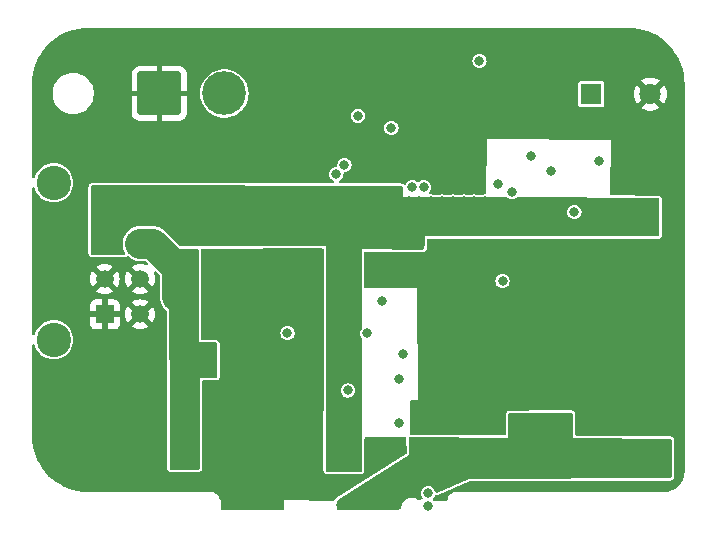
<source format=gbr>
%TF.GenerationSoftware,KiCad,Pcbnew,7.99.0-957-g18dd623122*%
%TF.CreationDate,2023-07-16T20:13:36+08:00*%
%TF.ProjectId,power,706f7765-722e-46b6-9963-61645f706362,V1.1*%
%TF.SameCoordinates,Original*%
%TF.FileFunction,Copper,L3,Inr*%
%TF.FilePolarity,Positive*%
%FSLAX46Y46*%
G04 Gerber Fmt 4.6, Leading zero omitted, Abs format (unit mm)*
G04 Created by KiCad (PCBNEW 7.99.0-957-g18dd623122) date 2023-07-16 20:13:36*
%MOMM*%
%LPD*%
G01*
G04 APERTURE LIST*
G04 Aperture macros list*
%AMRoundRect*
0 Rectangle with rounded corners*
0 $1 Rounding radius*
0 $2 $3 $4 $5 $6 $7 $8 $9 X,Y pos of 4 corners*
0 Add a 4 corners polygon primitive as box body*
4,1,4,$2,$3,$4,$5,$6,$7,$8,$9,$2,$3,0*
0 Add four circle primitives for the rounded corners*
1,1,$1+$1,$2,$3*
1,1,$1+$1,$4,$5*
1,1,$1+$1,$6,$7*
1,1,$1+$1,$8,$9*
0 Add four rect primitives between the rounded corners*
20,1,$1+$1,$2,$3,$4,$5,0*
20,1,$1+$1,$4,$5,$6,$7,0*
20,1,$1+$1,$6,$7,$8,$9,0*
20,1,$1+$1,$8,$9,$2,$3,0*%
G04 Aperture macros list end*
%TA.AperFunction,ComponentPad*%
%ADD10RoundRect,0.250002X1.599998X-1.599998X1.599998X1.599998X-1.599998X1.599998X-1.599998X-1.599998X0*%
%TD*%
%TA.AperFunction,ComponentPad*%
%ADD11C,3.700000*%
%TD*%
%TA.AperFunction,ComponentPad*%
%ADD12R,1.520000X1.520000*%
%TD*%
%TA.AperFunction,ComponentPad*%
%ADD13C,1.520000*%
%TD*%
%TA.AperFunction,ComponentPad*%
%ADD14C,2.909999*%
%TD*%
%TA.AperFunction,ComponentPad*%
%ADD15R,1.800000X1.800000*%
%TD*%
%TA.AperFunction,ComponentPad*%
%ADD16C,1.800000*%
%TD*%
%TA.AperFunction,ViaPad*%
%ADD17C,0.800000*%
%TD*%
%TA.AperFunction,Conductor*%
%ADD18C,2.540000*%
%TD*%
G04 APERTURE END LIST*
D10*
%TO.N,GND*%
%TO.C,J1*%
X140245200Y-86080600D03*
D11*
%TO.N,/+12V*%
X145745200Y-86080600D03*
%TD*%
D12*
%TO.N,GND*%
%TO.C,J3*%
X135610600Y-104783397D03*
D13*
X135610600Y-101783398D03*
%TO.N,/VIN-*%
X135610600Y-98783399D03*
X135610600Y-95783400D03*
%TO.N,GND*%
X138610599Y-104783397D03*
X138610599Y-101783398D03*
%TO.N,/+3V3*%
X138610599Y-98783399D03*
%TO.N,/VIN-*%
X138610599Y-95783400D03*
D14*
%TO.N,N/C*%
X131290601Y-106933395D03*
X131290601Y-93633402D03*
%TD*%
D15*
%TO.N,/+5V*%
%TO.C,J4*%
X176809400Y-86131400D03*
D16*
%TO.N,GND*%
X181809400Y-86131400D03*
%TD*%
D17*
%TO.N,/VIN-*%
X156971400Y-101625400D03*
X155727400Y-96139000D03*
X159435800Y-97028000D03*
X156951500Y-116789200D03*
X166004000Y-95224600D03*
X160401000Y-95224600D03*
X154787600Y-97028000D03*
X157632400Y-98831400D03*
X158496000Y-98831400D03*
X157632400Y-96139000D03*
X155727400Y-97028000D03*
X156972000Y-99923600D03*
X158496000Y-97028000D03*
X160401000Y-97028000D03*
X156926100Y-114096800D03*
X156692600Y-97942400D03*
X162255200Y-95224600D03*
X154787600Y-98831400D03*
X154787600Y-97942400D03*
X157632400Y-97942400D03*
X161340800Y-98831400D03*
X160401000Y-96139000D03*
X155727400Y-98831400D03*
X157632400Y-97028000D03*
X159435800Y-97942400D03*
X156692600Y-96139000D03*
X158496000Y-96139000D03*
X162255200Y-97942400D03*
X158496000Y-97942400D03*
X156951500Y-117703600D03*
X154787600Y-96139000D03*
X164160200Y-95224600D03*
X154787600Y-95224600D03*
X156692600Y-95224600D03*
X156926100Y-114960400D03*
X160426400Y-94310200D03*
X162255200Y-98831400D03*
X159435800Y-96139000D03*
X158496000Y-95224600D03*
X159435800Y-95224600D03*
X162255200Y-97028000D03*
X157632400Y-95224600D03*
X161340800Y-96139000D03*
X179059600Y-95351600D03*
X157657800Y-94310200D03*
X160401000Y-98831400D03*
X166893000Y-95224600D03*
X162255200Y-96139000D03*
X161340800Y-97942400D03*
X156971400Y-100761800D03*
X180888400Y-95377000D03*
X165115000Y-95224600D03*
X160401000Y-97942400D03*
X156971400Y-102539800D03*
X181752000Y-95377000D03*
X178196000Y-95351600D03*
X177281600Y-95326200D03*
X158521400Y-94310200D03*
X179974000Y-95351600D03*
X156951500Y-115874800D03*
X159435800Y-98831400D03*
X156718000Y-94310200D03*
X161340800Y-95224600D03*
X156692600Y-97028000D03*
X155727400Y-95224600D03*
X167782000Y-95224600D03*
X156927000Y-113182400D03*
X156692600Y-98831400D03*
X161340800Y-97028000D03*
X159461200Y-94310200D03*
X163245800Y-95224600D03*
X155727400Y-97942400D03*
%TO.N,GND*%
X151339000Y-99644200D03*
X181802800Y-101168200D03*
X146181900Y-99644200D03*
X180939200Y-101168200D03*
X162778200Y-112649000D03*
X151339000Y-103251000D03*
X164327600Y-101066600D03*
X146359700Y-116916200D03*
X152075600Y-111760000D03*
X173395400Y-92684600D03*
X180024800Y-101168200D03*
X145856000Y-120933400D03*
X160883450Y-108122750D03*
X183159400Y-112725200D03*
X163692600Y-112649000D03*
X151339000Y-114681000D03*
X169392600Y-100177600D03*
X151339000Y-100558600D03*
X177495200Y-91821000D03*
X167883600Y-101066600D03*
X146359700Y-113309400D03*
X167020000Y-101066600D03*
X171689050Y-91363800D03*
X152202600Y-105384600D03*
X179552600Y-112725200D03*
X150723600Y-90678000D03*
X166105600Y-101066600D03*
X160502600Y-114020600D03*
X182245000Y-112725200D03*
X146181900Y-103251000D03*
X177332400Y-101168200D03*
X176062400Y-100228400D03*
X148548400Y-120933400D03*
X149462800Y-120933400D03*
X151339000Y-113817400D03*
X168938200Y-86116400D03*
X151339000Y-115595400D03*
X151339000Y-102336600D03*
X151339000Y-101422200D03*
X150326400Y-120933400D03*
X146359700Y-115087400D03*
X168910000Y-93776800D03*
X175376600Y-96139000D03*
X151339000Y-104114600D03*
X159105450Y-103677750D03*
X151339000Y-112928400D03*
X151993600Y-89408000D03*
X179110400Y-101168200D03*
X151339000Y-117373400D03*
X160502600Y-110286800D03*
X178246800Y-101168200D03*
X146359700Y-114223800D03*
X151339000Y-116509800D03*
X165470600Y-112649000D03*
X146770400Y-120933400D03*
X161914600Y-112649000D03*
X146359700Y-116001800D03*
X163413200Y-101066600D03*
X146181900Y-102336600D03*
X156189500Y-111226600D03*
X147634000Y-120933400D03*
X180441600Y-112725200D03*
X181330600Y-112725200D03*
X165191200Y-101066600D03*
X170408600Y-82042000D03*
X164607000Y-112649000D03*
X162918400Y-93050600D03*
X146181900Y-101422200D03*
X146181900Y-100558600D03*
X146181900Y-104114600D03*
%TO.N,Net-(C9-Pad2)*%
X170068000Y-94411800D03*
X169291000Y-101955600D03*
%TO.N,/+5V*%
X183184800Y-117246400D03*
X163489400Y-117221000D03*
X156498600Y-120958800D03*
X162625800Y-117221000D03*
X164327600Y-117221000D03*
X159064000Y-120958800D03*
X155635000Y-120958800D03*
X181457600Y-117246400D03*
X166054800Y-117221000D03*
X159927600Y-120958800D03*
X179755800Y-117246400D03*
X161747200Y-117221000D03*
X158200400Y-120958800D03*
X182321200Y-117246400D03*
X180619400Y-117246400D03*
X165191200Y-117221000D03*
X157362200Y-120958800D03*
X178892200Y-117246400D03*
%TO.N,Net-(C25-Pad2)*%
X151085600Y-106354200D03*
X157815100Y-106375200D03*
%TO.N,/+3V3*%
X162610800Y-94030800D03*
X157036000Y-87970600D03*
X141763800Y-104190800D03*
X141762300Y-99741400D03*
X141838500Y-116560600D03*
X141838500Y-115620800D03*
X141762300Y-101494000D03*
X141757400Y-102387400D03*
X161645600Y-94030800D03*
X141838500Y-114757200D03*
X141762300Y-100630400D03*
X141840000Y-117454000D03*
X141838500Y-113893600D03*
X141762300Y-103297400D03*
X141838500Y-113004600D03*
%TO.N,/VIOUT*%
X167338000Y-83322400D03*
%TO.N,/SDA*%
X162991800Y-119913400D03*
X155905200Y-92125800D03*
%TO.N,/SCL*%
X155218400Y-92913200D03*
X162991800Y-120980200D03*
%TO.N,Net-(JP1-A)*%
X159880800Y-89001600D03*
%TD*%
D18*
%TO.N,/+3V3*%
X141762300Y-100860298D02*
X141762300Y-103297400D01*
X139685401Y-98783399D02*
X141762300Y-100860298D01*
X138610599Y-98783399D02*
X139685401Y-98783399D01*
%TD*%
%TA.AperFunction,Conductor*%
%TO.N,GND*%
G36*
X160911945Y-80526748D02*
G01*
X160943827Y-80539100D01*
X160943830Y-80539101D01*
X160952755Y-80540769D01*
X160962742Y-80542162D01*
X160971792Y-80543001D01*
X160971792Y-80543000D01*
X160971793Y-80543001D01*
X160980869Y-80542160D01*
X161011036Y-80539365D01*
X161016759Y-80539100D01*
X179952405Y-80539100D01*
X179998647Y-80539100D01*
X180001351Y-80539159D01*
X180406905Y-80556865D01*
X180412257Y-80557334D01*
X180813381Y-80610143D01*
X180818697Y-80611081D01*
X181213680Y-80698647D01*
X181218892Y-80700043D01*
X181604745Y-80821702D01*
X181609826Y-80823551D01*
X181983612Y-80978378D01*
X181988482Y-80980649D01*
X182347350Y-81167464D01*
X182352028Y-81170166D01*
X182693241Y-81387542D01*
X182697674Y-81390646D01*
X183018634Y-81636927D01*
X183022779Y-81640406D01*
X183321051Y-81913722D01*
X183324877Y-81917548D01*
X183598193Y-82215820D01*
X183601672Y-82219965D01*
X183847953Y-82540925D01*
X183851057Y-82545358D01*
X184068433Y-82886571D01*
X184071139Y-82891257D01*
X184213973Y-83165639D01*
X184257941Y-83250099D01*
X184260225Y-83254997D01*
X184288145Y-83322401D01*
X184415048Y-83628774D01*
X184416899Y-83633859D01*
X184538552Y-84019692D01*
X184539952Y-84024919D01*
X184627518Y-84419902D01*
X184628458Y-84425231D01*
X184681263Y-84826324D01*
X184681735Y-84831715D01*
X184699441Y-85237248D01*
X184699500Y-85239952D01*
X184699500Y-118092164D01*
X184699294Y-118097205D01*
X184681822Y-118310796D01*
X184680088Y-118331996D01*
X184677391Y-118349482D01*
X184626338Y-118573133D01*
X184621181Y-118590056D01*
X184538815Y-118804176D01*
X184531301Y-118820193D01*
X184419309Y-119020400D01*
X184409593Y-119035185D01*
X184270239Y-119217429D01*
X184258517Y-119230681D01*
X184094654Y-119391229D01*
X184081166Y-119402677D01*
X183897737Y-119537089D01*
X183896125Y-119538270D01*
X183881144Y-119547683D01*
X183678677Y-119655568D01*
X183662510Y-119662752D01*
X183446762Y-119740721D01*
X183429737Y-119745532D01*
X183205085Y-119792005D01*
X183187548Y-119794344D01*
X182951932Y-119808779D01*
X182947508Y-119808892D01*
X182896926Y-119808377D01*
X182889825Y-119808900D01*
X165332555Y-119808900D01*
X165177910Y-119839661D01*
X165177898Y-119839664D01*
X165032227Y-119900002D01*
X165032214Y-119900009D01*
X164901111Y-119987610D01*
X164901107Y-119987613D01*
X164789613Y-120099107D01*
X164789610Y-120099111D01*
X164702009Y-120230214D01*
X164702002Y-120230227D01*
X164641664Y-120375898D01*
X164641661Y-120375908D01*
X164617820Y-120495766D01*
X164585435Y-120557677D01*
X164524719Y-120592251D01*
X164495584Y-120595572D01*
X163509558Y-120590649D01*
X163442618Y-120570630D01*
X163422490Y-120554327D01*
X163420085Y-120551922D01*
X163420082Y-120551918D01*
X163420077Y-120551914D01*
X163420076Y-120551913D01*
X163411295Y-120545175D01*
X163370092Y-120488747D01*
X163365937Y-120419001D01*
X163400149Y-120358081D01*
X163411283Y-120348433D01*
X163420082Y-120341682D01*
X163516336Y-120216241D01*
X163540876Y-120156994D01*
X163584718Y-120102590D01*
X163651012Y-120080525D01*
X163667832Y-120081067D01*
X163707733Y-120085078D01*
X163777064Y-120076421D01*
X163833484Y-120060988D01*
X166510406Y-118898064D01*
X166559525Y-118887797D01*
X183494293Y-118849178D01*
X183536971Y-118844598D01*
X183575071Y-118836416D01*
X183587306Y-118833789D01*
X183587320Y-118833785D01*
X183587337Y-118833782D01*
X183596535Y-118831585D01*
X183596538Y-118831583D01*
X183596542Y-118831582D01*
X183677567Y-118789196D01*
X183677566Y-118789196D01*
X183677573Y-118789193D01*
X183730725Y-118743843D01*
X183748817Y-118726386D01*
X183794071Y-118646911D01*
X183814266Y-118580024D01*
X183823031Y-118522195D01*
X183846543Y-115442137D01*
X183842083Y-115397959D01*
X183831037Y-115345843D01*
X183828481Y-115335192D01*
X183828480Y-115335191D01*
X183828480Y-115335189D01*
X183785719Y-115254353D01*
X183785717Y-115254351D01*
X183785717Y-115254350D01*
X183740122Y-115201407D01*
X183722583Y-115183398D01*
X183645619Y-115140040D01*
X183642903Y-115138510D01*
X183642902Y-115138509D01*
X183642901Y-115138509D01*
X183642897Y-115138508D01*
X183642895Y-115138507D01*
X183596349Y-115124687D01*
X183575923Y-115118622D01*
X183575918Y-115118621D01*
X183575917Y-115118621D01*
X183552391Y-115115166D01*
X183518053Y-115110123D01*
X183518051Y-115110122D01*
X183518046Y-115110122D01*
X175589124Y-115086095D01*
X175522145Y-115066208D01*
X175476550Y-115013265D01*
X175465500Y-114962096D01*
X175465500Y-114706400D01*
X183591200Y-114706400D01*
X183591200Y-112217200D01*
X182626000Y-112191800D01*
X182549800Y-99009200D01*
X182575200Y-98577400D01*
X174599600Y-98552000D01*
X174599600Y-98377611D01*
X182450780Y-98387639D01*
X182494598Y-98382970D01*
X182494601Y-98382969D01*
X182494604Y-98382969D01*
X182546216Y-98371775D01*
X182546212Y-98371775D01*
X182546267Y-98371764D01*
X182556573Y-98369249D01*
X182637285Y-98326239D01*
X182690089Y-98280484D01*
X182708043Y-98262893D01*
X182752690Y-98183076D01*
X182772375Y-98116037D01*
X182780700Y-98058139D01*
X182780700Y-95054567D01*
X182776097Y-95011314D01*
X182768682Y-94976872D01*
X182765120Y-94960326D01*
X182765118Y-94960317D01*
X182765111Y-94960287D01*
X182762760Y-94950532D01*
X182762757Y-94950527D01*
X182762757Y-94950525D01*
X182738554Y-94904632D01*
X182720098Y-94869636D01*
X182674571Y-94816636D01*
X182657054Y-94798603D01*
X182657053Y-94798602D01*
X182657052Y-94798601D01*
X182577427Y-94753613D01*
X182577422Y-94753611D01*
X182510482Y-94733644D01*
X182510465Y-94733640D01*
X182452620Y-94725070D01*
X182452609Y-94725069D01*
X178523312Y-94708204D01*
X178456357Y-94688232D01*
X178410830Y-94635232D01*
X178399848Y-94583283D01*
X178434217Y-89995050D01*
X178434215Y-89995049D01*
X178434216Y-89995049D01*
X178434217Y-89995049D01*
X167944486Y-89927008D01*
X167921290Y-94496490D01*
X167901266Y-94563429D01*
X167848230Y-94608915D01*
X167790127Y-94617473D01*
X167790127Y-94618918D01*
X167781998Y-94618918D01*
X167625235Y-94639556D01*
X167596002Y-94651664D01*
X167548022Y-94661100D01*
X167121492Y-94659270D01*
X167074573Y-94649833D01*
X167060988Y-94644206D01*
X167049762Y-94639556D01*
X167049760Y-94639555D01*
X166893001Y-94618918D01*
X166892999Y-94618918D01*
X166736236Y-94639556D01*
X166716119Y-94647888D01*
X166668141Y-94657323D01*
X166223183Y-94655414D01*
X166176265Y-94645977D01*
X166160765Y-94639557D01*
X166160760Y-94639555D01*
X166004001Y-94618918D01*
X166003999Y-94618918D01*
X165847235Y-94639556D01*
X165847233Y-94639557D01*
X165836235Y-94644112D01*
X165788258Y-94653547D01*
X165324874Y-94651558D01*
X165277957Y-94642122D01*
X165271762Y-94639556D01*
X165115001Y-94618918D01*
X165114999Y-94618918D01*
X164958239Y-94639555D01*
X164958234Y-94639557D01*
X164956357Y-94640335D01*
X164952503Y-94641092D01*
X164950387Y-94641660D01*
X164950348Y-94641516D01*
X164908374Y-94649771D01*
X164902834Y-94649748D01*
X164824652Y-94649412D01*
X164824565Y-94649407D01*
X164821819Y-94649400D01*
X164819986Y-94649392D01*
X164819861Y-94649395D01*
X164362392Y-94648282D01*
X164325041Y-94640806D01*
X164324813Y-94641660D01*
X164316960Y-94639555D01*
X164160201Y-94618918D01*
X164160199Y-94618918D01*
X164003435Y-94639556D01*
X163995584Y-94641660D01*
X163995219Y-94640298D01*
X163959769Y-94647302D01*
X163442586Y-94646043D01*
X163410931Y-94639723D01*
X163410413Y-94641660D01*
X163402559Y-94639555D01*
X163245801Y-94618918D01*
X163245797Y-94618918D01*
X163176223Y-94628077D01*
X163107188Y-94617311D01*
X163054933Y-94570930D01*
X163036048Y-94503661D01*
X163056529Y-94436861D01*
X163061649Y-94429671D01*
X163135336Y-94333641D01*
X163195844Y-94187562D01*
X163213708Y-94051868D01*
X163216482Y-94030801D01*
X163216482Y-94030798D01*
X163195844Y-93874039D01*
X163195844Y-93874038D01*
X163135336Y-93727959D01*
X163039082Y-93602518D01*
X162913641Y-93506264D01*
X162879557Y-93492146D01*
X162767562Y-93445756D01*
X162767560Y-93445755D01*
X162610801Y-93425118D01*
X162610799Y-93425118D01*
X162454039Y-93445755D01*
X162454037Y-93445756D01*
X162307957Y-93506264D01*
X162203686Y-93586275D01*
X162138517Y-93611469D01*
X162070072Y-93597431D01*
X162052714Y-93586275D01*
X161948442Y-93506264D01*
X161802362Y-93445756D01*
X161802360Y-93445755D01*
X161645601Y-93425118D01*
X161645599Y-93425118D01*
X161488839Y-93445755D01*
X161488837Y-93445756D01*
X161342760Y-93506263D01*
X161217318Y-93602518D01*
X161121063Y-93727960D01*
X161118794Y-93733439D01*
X161074951Y-93787841D01*
X161008656Y-93809904D01*
X160940957Y-93792623D01*
X160915493Y-93772592D01*
X160914050Y-93771113D01*
X160834319Y-93726312D01*
X160767320Y-93706498D01*
X160709437Y-93698061D01*
X160660468Y-93697966D01*
X155539933Y-93688110D01*
X155472932Y-93668296D01*
X155427279Y-93615404D01*
X155417468Y-93546227D01*
X155446616Y-93482727D01*
X155492718Y-93449550D01*
X155521241Y-93437736D01*
X155646682Y-93341482D01*
X155742936Y-93216041D01*
X155803444Y-93069962D01*
X155824082Y-92913200D01*
X155818133Y-92868013D01*
X155828898Y-92798980D01*
X155875278Y-92746724D01*
X155924886Y-92728890D01*
X156061962Y-92710844D01*
X156208041Y-92650336D01*
X156333482Y-92554082D01*
X156429736Y-92428641D01*
X156490244Y-92282562D01*
X156510882Y-92125800D01*
X156490244Y-91969038D01*
X156429736Y-91822959D01*
X156333482Y-91697518D01*
X156208041Y-91601264D01*
X156061962Y-91540756D01*
X156061960Y-91540755D01*
X155905201Y-91520118D01*
X155905199Y-91520118D01*
X155748439Y-91540755D01*
X155748437Y-91540756D01*
X155602360Y-91601263D01*
X155476918Y-91697518D01*
X155380663Y-91822960D01*
X155320156Y-91969037D01*
X155320155Y-91969039D01*
X155299518Y-92125798D01*
X155299518Y-92125802D01*
X155305466Y-92170986D01*
X155294700Y-92240021D01*
X155248319Y-92292276D01*
X155198713Y-92310109D01*
X155080423Y-92325682D01*
X155061638Y-92328156D01*
X155061637Y-92328156D01*
X154915560Y-92388663D01*
X154790118Y-92484918D01*
X154693863Y-92610360D01*
X154633356Y-92756437D01*
X154633355Y-92756439D01*
X154612718Y-92913198D01*
X154612718Y-92913201D01*
X154633355Y-93069960D01*
X154633356Y-93069962D01*
X154693864Y-93216041D01*
X154790118Y-93341482D01*
X154915559Y-93437736D01*
X154934919Y-93445755D01*
X154941075Y-93448305D01*
X154995478Y-93492146D01*
X155017543Y-93558440D01*
X155000264Y-93626140D01*
X154949127Y-93673750D01*
X154893384Y-93686865D01*
X134566834Y-93647739D01*
X134566833Y-93647739D01*
X134566829Y-93647739D01*
X134522951Y-93652393D01*
X134522936Y-93652396D01*
X134471235Y-93663591D01*
X134471204Y-93663598D01*
X134460826Y-93666129D01*
X134380119Y-93709136D01*
X134380113Y-93709140D01*
X134327304Y-93754899D01*
X134309360Y-93772481D01*
X134309354Y-93772488D01*
X134264711Y-93852298D01*
X134264709Y-93852303D01*
X134245026Y-93919335D01*
X134236700Y-93977242D01*
X134236700Y-99621807D01*
X134241396Y-99665482D01*
X134252603Y-99716997D01*
X134255090Y-99727172D01*
X134255091Y-99727175D01*
X134298099Y-99807883D01*
X134298101Y-99807886D01*
X134343860Y-99860695D01*
X134349120Y-99866063D01*
X134361446Y-99878643D01*
X134361447Y-99878644D01*
X134361449Y-99878645D01*
X134405197Y-99903116D01*
X134441263Y-99923290D01*
X134508302Y-99942975D01*
X134566200Y-99951300D01*
X134566204Y-99951300D01*
X137251296Y-99951300D01*
X137251302Y-99951300D01*
X137287408Y-99948103D01*
X137318318Y-99942586D01*
X137330239Y-99940459D01*
X137330270Y-99940453D01*
X137330305Y-99940447D01*
X137333019Y-99939944D01*
X137416732Y-99903116D01*
X137466620Y-99866061D01*
X137532172Y-99841891D01*
X137600388Y-99856998D01*
X137624535Y-99874375D01*
X137704304Y-99947807D01*
X137908320Y-100081098D01*
X138131492Y-100178990D01*
X138367733Y-100238815D01*
X138549774Y-100253899D01*
X139024938Y-100253899D01*
X139091977Y-100273584D01*
X139112619Y-100290218D01*
X139246841Y-100424440D01*
X139280326Y-100485763D01*
X139275342Y-100555455D01*
X139233470Y-100611388D01*
X139168006Y-100635805D01*
X139106756Y-100624504D01*
X139043188Y-100594862D01*
X139043186Y-100594861D01*
X138830233Y-100537800D01*
X138830225Y-100537799D01*
X138610601Y-100518585D01*
X138610597Y-100518585D01*
X138390972Y-100537799D01*
X138390965Y-100537800D01*
X138178003Y-100594864D01*
X137978193Y-100688038D01*
X137913846Y-100733092D01*
X138469233Y-101288479D01*
X138465438Y-101289025D01*
X138332037Y-101349947D01*
X138221204Y-101445985D01*
X138141917Y-101569358D01*
X138119465Y-101645818D01*
X137560293Y-101086646D01*
X137515239Y-101150992D01*
X137422065Y-101350802D01*
X137365001Y-101563764D01*
X137365000Y-101563771D01*
X137345786Y-101783396D01*
X137345786Y-101783399D01*
X137365000Y-102003024D01*
X137365001Y-102003032D01*
X137422062Y-102215985D01*
X137422065Y-102215991D01*
X137515237Y-102415800D01*
X137560293Y-102480148D01*
X138119465Y-101920977D01*
X138141917Y-101997438D01*
X138221204Y-102120811D01*
X138332037Y-102216849D01*
X138465438Y-102277771D01*
X138469232Y-102278316D01*
X137913846Y-102833702D01*
X137978192Y-102878757D01*
X138178005Y-102971931D01*
X138178011Y-102971934D01*
X138390964Y-103028995D01*
X138390972Y-103028996D01*
X138610597Y-103048211D01*
X138610601Y-103048211D01*
X138830225Y-103028996D01*
X138830233Y-103028995D01*
X139043186Y-102971934D01*
X139043197Y-102971930D01*
X139243001Y-102878760D01*
X139243009Y-102878756D01*
X139307350Y-102833703D01*
X139307350Y-102833702D01*
X138751965Y-102278316D01*
X138755760Y-102277771D01*
X138889161Y-102216849D01*
X138999994Y-102120811D01*
X139079281Y-101997438D01*
X139101732Y-101920977D01*
X139660904Y-102480149D01*
X139705957Y-102415808D01*
X139705961Y-102415800D01*
X139799131Y-102215996D01*
X139799135Y-102215985D01*
X139856196Y-102003032D01*
X139856197Y-102003024D01*
X139875412Y-101783399D01*
X139875412Y-101783396D01*
X139856197Y-101563771D01*
X139856196Y-101563764D01*
X139799132Y-101350802D01*
X139769492Y-101287240D01*
X139759000Y-101218163D01*
X139787519Y-101154379D01*
X139845996Y-101116139D01*
X139915863Y-101115584D01*
X139969555Y-101147154D01*
X140255481Y-101433080D01*
X140288966Y-101494403D01*
X140291800Y-101520761D01*
X140291800Y-103358225D01*
X140305087Y-103518584D01*
X140306884Y-103540267D01*
X140366708Y-103776506D01*
X140464601Y-103999680D01*
X140563459Y-104150992D01*
X140597892Y-104203695D01*
X140762944Y-104382990D01*
X140762947Y-104382992D01*
X140762950Y-104382995D01*
X140830331Y-104435440D01*
X140871144Y-104492150D01*
X140878169Y-104533124D01*
X140896232Y-117808646D01*
X140896232Y-117808652D01*
X140900960Y-117852196D01*
X140908308Y-117885862D01*
X140912165Y-117903532D01*
X140914622Y-117913573D01*
X140953172Y-117985915D01*
X140957631Y-117994283D01*
X140957633Y-117994286D01*
X141003392Y-118047095D01*
X141009243Y-118053066D01*
X141020978Y-118065043D01*
X141020979Y-118065044D01*
X141020981Y-118065045D01*
X141081852Y-118099094D01*
X141100795Y-118109690D01*
X141167834Y-118129375D01*
X141225732Y-118137700D01*
X141225736Y-118137700D01*
X143517891Y-118137700D01*
X143517900Y-118137700D01*
X143561584Y-118133003D01*
X143613095Y-118121797D01*
X143623273Y-118119310D01*
X143703985Y-118076300D01*
X143756789Y-118030545D01*
X143774743Y-118012954D01*
X143819390Y-117933137D01*
X143839075Y-117866098D01*
X143847400Y-117808200D01*
X143847400Y-110489299D01*
X143867085Y-110422261D01*
X143919889Y-110376506D01*
X143971400Y-110365300D01*
X144353100Y-110365300D01*
X144353100Y-117932200D01*
X153751100Y-117906800D01*
X153751100Y-110642400D01*
X154141195Y-110642400D01*
X154139921Y-111226153D01*
X154139920Y-111226599D01*
X154132326Y-114706400D01*
X154125171Y-117985282D01*
X154129818Y-118029187D01*
X154141032Y-118081007D01*
X154143559Y-118091370D01*
X154186570Y-118172083D01*
X154186572Y-118172086D01*
X154232331Y-118224895D01*
X154248877Y-118241782D01*
X154249917Y-118242843D01*
X154249918Y-118242844D01*
X154249920Y-118242845D01*
X154329730Y-118287488D01*
X154329734Y-118287490D01*
X154396773Y-118307175D01*
X154454671Y-118315500D01*
X154454675Y-118315500D01*
X157259264Y-118315500D01*
X157259268Y-118315500D01*
X157302976Y-118310798D01*
X157354517Y-118299579D01*
X157364723Y-118297083D01*
X157445424Y-118254052D01*
X157498216Y-118208283D01*
X157516166Y-118190686D01*
X157560792Y-118110857D01*
X157580459Y-118043813D01*
X157588768Y-117985915D01*
X157588069Y-115303920D01*
X157607736Y-115236878D01*
X157660528Y-115191109D01*
X157711523Y-115179892D01*
X161016985Y-115165457D01*
X161084107Y-115184849D01*
X161130092Y-115237452D01*
X161140668Y-115304003D01*
X161138579Y-115321685D01*
X161138920Y-115335192D01*
X161168759Y-116518866D01*
X161150770Y-116586380D01*
X161111201Y-116626712D01*
X155215574Y-120365104D01*
X155215555Y-120365118D01*
X155183130Y-120390581D01*
X155183128Y-120390582D01*
X155183121Y-120390588D01*
X155183118Y-120390591D01*
X155166753Y-120406340D01*
X155147415Y-120424950D01*
X155141911Y-120430452D01*
X155107142Y-120488161D01*
X155055684Y-120535424D01*
X155000311Y-120548166D01*
X150760600Y-120526999D01*
X150760599Y-120526999D01*
X150772248Y-121209685D01*
X150753710Y-121277050D01*
X150701694Y-121323699D01*
X150648266Y-121335800D01*
X145566191Y-121335800D01*
X145499152Y-121316115D01*
X145453397Y-121263311D01*
X145442204Y-121210022D01*
X145452000Y-120527000D01*
X145447122Y-120522095D01*
X145396802Y-120507792D01*
X145350592Y-120455386D01*
X145341320Y-120427096D01*
X145331137Y-120375903D01*
X145316051Y-120339482D01*
X145270797Y-120230227D01*
X145270790Y-120230214D01*
X145183189Y-120099111D01*
X145183186Y-120099107D01*
X145071692Y-119987613D01*
X145071688Y-119987610D01*
X144940585Y-119900009D01*
X144940572Y-119900002D01*
X144794901Y-119839664D01*
X144794889Y-119839661D01*
X144640245Y-119808900D01*
X144640242Y-119808900D01*
X144617573Y-119808900D01*
X144042573Y-119808900D01*
X134160348Y-119808900D01*
X134157654Y-119808841D01*
X133753801Y-119791282D01*
X133748432Y-119790814D01*
X133348967Y-119738444D01*
X133343659Y-119737512D01*
X132950243Y-119650667D01*
X132945036Y-119649278D01*
X132560649Y-119528617D01*
X132555582Y-119526781D01*
X132254581Y-119402677D01*
X132183111Y-119373209D01*
X132178229Y-119370943D01*
X131820496Y-119185623D01*
X131815823Y-119182939D01*
X131475529Y-118967273D01*
X131471106Y-118964193D01*
X131150803Y-118719795D01*
X131146665Y-118716343D01*
X130933474Y-118522195D01*
X130848794Y-118445078D01*
X130844975Y-118441283D01*
X130571766Y-118145180D01*
X130568287Y-118141064D01*
X130521816Y-118080977D01*
X130344876Y-117852190D01*
X130321814Y-117822371D01*
X130318710Y-117817977D01*
X130100819Y-117479079D01*
X130098109Y-117474432D01*
X129910459Y-117117909D01*
X129908163Y-117113044D01*
X129752163Y-116741576D01*
X129750303Y-116736546D01*
X129627127Y-116352919D01*
X129625709Y-116347739D01*
X129536301Y-115954895D01*
X129535336Y-115949609D01*
X129480359Y-115550458D01*
X129479860Y-115545142D01*
X129459664Y-115141333D01*
X129459591Y-115138739D01*
X129459500Y-115124687D01*
X129459499Y-107445574D01*
X129479185Y-107378535D01*
X129531989Y-107332780D01*
X129601147Y-107322836D01*
X129664703Y-107351861D01*
X129702477Y-107410639D01*
X129704074Y-107416628D01*
X129711256Y-107446547D01*
X129810979Y-107687300D01*
X129947129Y-107909477D01*
X129947130Y-107909478D01*
X129947131Y-107909480D01*
X129947133Y-107909482D01*
X130116367Y-108107629D01*
X130314514Y-108276863D01*
X130314516Y-108276864D01*
X130314517Y-108276865D01*
X130314518Y-108276866D01*
X130536695Y-108413016D01*
X130629799Y-108451581D01*
X130777442Y-108512737D01*
X131030823Y-108573568D01*
X131290601Y-108594013D01*
X131550379Y-108573568D01*
X131803760Y-108512737D01*
X132044506Y-108413016D01*
X132266688Y-108276863D01*
X132464835Y-108107629D01*
X132634069Y-107909482D01*
X132770222Y-107687300D01*
X132869943Y-107446554D01*
X132930774Y-107193173D01*
X132951219Y-106933395D01*
X132930774Y-106673617D01*
X132869943Y-106420236D01*
X132777657Y-106197439D01*
X132770222Y-106179489D01*
X132634072Y-105957312D01*
X132634071Y-105957311D01*
X132634070Y-105957310D01*
X132634069Y-105957308D01*
X132464835Y-105759161D01*
X132268226Y-105591241D01*
X134350600Y-105591241D01*
X134357001Y-105650769D01*
X134357003Y-105650776D01*
X134407245Y-105785483D01*
X134407249Y-105785490D01*
X134493409Y-105900584D01*
X134493412Y-105900587D01*
X134608506Y-105986747D01*
X134608513Y-105986751D01*
X134743220Y-106036993D01*
X134743227Y-106036995D01*
X134802755Y-106043396D01*
X134802772Y-106043397D01*
X135360600Y-106043397D01*
X135360600Y-105229891D01*
X135465439Y-105277770D01*
X135574127Y-105293397D01*
X135647073Y-105293397D01*
X135755761Y-105277770D01*
X135860600Y-105229891D01*
X135860600Y-106043397D01*
X136418428Y-106043397D01*
X136418444Y-106043396D01*
X136477972Y-106036995D01*
X136477979Y-106036993D01*
X136612686Y-105986751D01*
X136612693Y-105986747D01*
X136727787Y-105900587D01*
X136727790Y-105900584D01*
X136813950Y-105785490D01*
X136813954Y-105785483D01*
X136864196Y-105650776D01*
X136864198Y-105650769D01*
X136870599Y-105591241D01*
X136870600Y-105591224D01*
X136870600Y-105033397D01*
X136056172Y-105033397D01*
X136079282Y-104997437D01*
X136120600Y-104856724D01*
X136120600Y-104783398D01*
X137345786Y-104783398D01*
X137365000Y-105003023D01*
X137365001Y-105003031D01*
X137422062Y-105215984D01*
X137422065Y-105215990D01*
X137515237Y-105415799D01*
X137560293Y-105480147D01*
X138119465Y-104920976D01*
X138141917Y-104997437D01*
X138221204Y-105120810D01*
X138332037Y-105216848D01*
X138465438Y-105277770D01*
X138469232Y-105278315D01*
X137913846Y-105833701D01*
X137978192Y-105878756D01*
X138178005Y-105971930D01*
X138178011Y-105971933D01*
X138390964Y-106028994D01*
X138390972Y-106028995D01*
X138610597Y-106048210D01*
X138610601Y-106048210D01*
X138830225Y-106028995D01*
X138830233Y-106028994D01*
X139043186Y-105971933D01*
X139043197Y-105971929D01*
X139243001Y-105878759D01*
X139243009Y-105878755D01*
X139307350Y-105833702D01*
X139307350Y-105833701D01*
X138751965Y-105278315D01*
X138755760Y-105277770D01*
X138889161Y-105216848D01*
X138999994Y-105120810D01*
X139079281Y-104997437D01*
X139101732Y-104920977D01*
X139660903Y-105480148D01*
X139660904Y-105480148D01*
X139705957Y-105415807D01*
X139705961Y-105415799D01*
X139799131Y-105215995D01*
X139799135Y-105215984D01*
X139856196Y-105003031D01*
X139856197Y-105003023D01*
X139875412Y-104783398D01*
X139875412Y-104783395D01*
X139856197Y-104563770D01*
X139856196Y-104563763D01*
X139799132Y-104350801D01*
X139705959Y-104150992D01*
X139705958Y-104150990D01*
X139660903Y-104086645D01*
X139660903Y-104086644D01*
X139101731Y-104645815D01*
X139079281Y-104569357D01*
X138999994Y-104445984D01*
X138889161Y-104349946D01*
X138755760Y-104289024D01*
X138751964Y-104288478D01*
X139307350Y-103733091D01*
X139243001Y-103688035D01*
X139043192Y-103594863D01*
X139043186Y-103594860D01*
X138830233Y-103537799D01*
X138830225Y-103537798D01*
X138610601Y-103518584D01*
X138610597Y-103518584D01*
X138390972Y-103537798D01*
X138390965Y-103537799D01*
X138178003Y-103594863D01*
X137978193Y-103688037D01*
X137913847Y-103733091D01*
X138469234Y-104288478D01*
X138465438Y-104289024D01*
X138332037Y-104349946D01*
X138221204Y-104445984D01*
X138141917Y-104569357D01*
X138119465Y-104645817D01*
X137560293Y-104086645D01*
X137515239Y-104150991D01*
X137422065Y-104350801D01*
X137365001Y-104563763D01*
X137365000Y-104563770D01*
X137345786Y-104783395D01*
X137345786Y-104783398D01*
X136120600Y-104783398D01*
X136120600Y-104710070D01*
X136079282Y-104569357D01*
X136056172Y-104533397D01*
X136870600Y-104533397D01*
X136870600Y-103975569D01*
X136870599Y-103975552D01*
X136864198Y-103916024D01*
X136864196Y-103916017D01*
X136813954Y-103781310D01*
X136813950Y-103781303D01*
X136727790Y-103666209D01*
X136727787Y-103666206D01*
X136612693Y-103580046D01*
X136612686Y-103580042D01*
X136477979Y-103529800D01*
X136477972Y-103529798D01*
X136418444Y-103523397D01*
X135860600Y-103523397D01*
X135860600Y-104336902D01*
X135755761Y-104289024D01*
X135647073Y-104273397D01*
X135574127Y-104273397D01*
X135465439Y-104289024D01*
X135360600Y-104336902D01*
X135360600Y-103523397D01*
X134802755Y-103523397D01*
X134743227Y-103529798D01*
X134743220Y-103529800D01*
X134608513Y-103580042D01*
X134608506Y-103580046D01*
X134493412Y-103666206D01*
X134493409Y-103666209D01*
X134407249Y-103781303D01*
X134407245Y-103781310D01*
X134357003Y-103916017D01*
X134357001Y-103916024D01*
X134350600Y-103975552D01*
X134350600Y-104533397D01*
X135165028Y-104533397D01*
X135141918Y-104569357D01*
X135100600Y-104710070D01*
X135100600Y-104856724D01*
X135141918Y-104997437D01*
X135165028Y-105033397D01*
X134350600Y-105033397D01*
X134350600Y-105591241D01*
X132268226Y-105591241D01*
X132266688Y-105589927D01*
X132266686Y-105589925D01*
X132266684Y-105589924D01*
X132266683Y-105589923D01*
X132044506Y-105453773D01*
X131803755Y-105354051D01*
X131550375Y-105293221D01*
X131550376Y-105293221D01*
X131290601Y-105272777D01*
X131030825Y-105293221D01*
X130777446Y-105354051D01*
X130536695Y-105453773D01*
X130314518Y-105589923D01*
X130314517Y-105589924D01*
X130116367Y-105759161D01*
X129947130Y-105957311D01*
X129947129Y-105957312D01*
X129810979Y-106179489D01*
X129711257Y-106420240D01*
X129704074Y-106450162D01*
X129669283Y-106510754D01*
X129607257Y-106542918D01*
X129537688Y-106536442D01*
X129482664Y-106493382D01*
X129459655Y-106427410D01*
X129459500Y-106421215D01*
X129459500Y-101783399D01*
X134345787Y-101783399D01*
X134365001Y-102003024D01*
X134365002Y-102003032D01*
X134422063Y-102215985D01*
X134422066Y-102215991D01*
X134515238Y-102415800D01*
X134560294Y-102480148D01*
X135119466Y-101920977D01*
X135141918Y-101997438D01*
X135221205Y-102120811D01*
X135332038Y-102216849D01*
X135465439Y-102277771D01*
X135469233Y-102278316D01*
X134913847Y-102833702D01*
X134978193Y-102878757D01*
X135178006Y-102971931D01*
X135178012Y-102971934D01*
X135390965Y-103028995D01*
X135390973Y-103028996D01*
X135610598Y-103048211D01*
X135610602Y-103048211D01*
X135830226Y-103028996D01*
X135830234Y-103028995D01*
X136043187Y-102971934D01*
X136043198Y-102971930D01*
X136243002Y-102878760D01*
X136243010Y-102878756D01*
X136307351Y-102833703D01*
X136307351Y-102833702D01*
X135751966Y-102278316D01*
X135755761Y-102277771D01*
X135889162Y-102216849D01*
X135999995Y-102120811D01*
X136079282Y-101997438D01*
X136101733Y-101920976D01*
X136660905Y-102480149D01*
X136705958Y-102415808D01*
X136705962Y-102415800D01*
X136799132Y-102215996D01*
X136799136Y-102215985D01*
X136856197Y-102003032D01*
X136856198Y-102003024D01*
X136875413Y-101783399D01*
X136875413Y-101783396D01*
X136856198Y-101563771D01*
X136856197Y-101563764D01*
X136799133Y-101350802D01*
X136705960Y-101150993D01*
X136705959Y-101150991D01*
X136660904Y-101086646D01*
X136660903Y-101086645D01*
X136101732Y-101645816D01*
X136079282Y-101569358D01*
X135999995Y-101445985D01*
X135889162Y-101349947D01*
X135755761Y-101289025D01*
X135751965Y-101288479D01*
X136307351Y-100733092D01*
X136243002Y-100688036D01*
X136043193Y-100594864D01*
X136043187Y-100594861D01*
X135830234Y-100537800D01*
X135830226Y-100537799D01*
X135610602Y-100518585D01*
X135610598Y-100518585D01*
X135390973Y-100537799D01*
X135390966Y-100537800D01*
X135178004Y-100594864D01*
X134978194Y-100688038D01*
X134913848Y-100733092D01*
X135469235Y-101288479D01*
X135465439Y-101289025D01*
X135332038Y-101349947D01*
X135221205Y-101445985D01*
X135141918Y-101569358D01*
X135119466Y-101645818D01*
X134560294Y-101086646D01*
X134515240Y-101150992D01*
X134422066Y-101350802D01*
X134365002Y-101563764D01*
X134365001Y-101563771D01*
X134345787Y-101783396D01*
X134345787Y-101783399D01*
X129459500Y-101783399D01*
X129459500Y-94145581D01*
X129479185Y-94078542D01*
X129531989Y-94032787D01*
X129601147Y-94022843D01*
X129664703Y-94051868D01*
X129702477Y-94110646D01*
X129704074Y-94116635D01*
X129711256Y-94146554D01*
X129810979Y-94387307D01*
X129947129Y-94609484D01*
X129947130Y-94609485D01*
X129947131Y-94609487D01*
X129947133Y-94609489D01*
X130116367Y-94807636D01*
X130314514Y-94976870D01*
X130314516Y-94976871D01*
X130314517Y-94976872D01*
X130314518Y-94976873D01*
X130536695Y-95113023D01*
X130629799Y-95151588D01*
X130777442Y-95212744D01*
X131030823Y-95273575D01*
X131290601Y-95294020D01*
X131550379Y-95273575D01*
X131803760Y-95212744D01*
X132044506Y-95113023D01*
X132266688Y-94976870D01*
X132464835Y-94807636D01*
X132634069Y-94609489D01*
X132770222Y-94387307D01*
X132869943Y-94146561D01*
X132930774Y-93893180D01*
X132951219Y-93633402D01*
X132930774Y-93373624D01*
X132869943Y-93120243D01*
X132784183Y-92913201D01*
X132770222Y-92879496D01*
X132634072Y-92657319D01*
X132634071Y-92657318D01*
X132634070Y-92657317D01*
X132634069Y-92657315D01*
X132464835Y-92459168D01*
X132266688Y-92289934D01*
X132266686Y-92289932D01*
X132266684Y-92289931D01*
X132266683Y-92289930D01*
X132044506Y-92153780D01*
X131803755Y-92054058D01*
X131550375Y-91993228D01*
X131550376Y-91993228D01*
X131290601Y-91972784D01*
X131030825Y-91993228D01*
X130777446Y-92054058D01*
X130536695Y-92153780D01*
X130314518Y-92289930D01*
X130314517Y-92289931D01*
X130116367Y-92459168D01*
X129947130Y-92657318D01*
X129947129Y-92657319D01*
X129810979Y-92879496D01*
X129711257Y-93120247D01*
X129704074Y-93150169D01*
X129669283Y-93210761D01*
X129607257Y-93242925D01*
X129537688Y-93236449D01*
X129482664Y-93193389D01*
X129459655Y-93127417D01*
X129459500Y-93121222D01*
X129459500Y-89001601D01*
X159275118Y-89001601D01*
X159295755Y-89158360D01*
X159295756Y-89158362D01*
X159356264Y-89304441D01*
X159452518Y-89429882D01*
X159577959Y-89526136D01*
X159724038Y-89586644D01*
X159802419Y-89596963D01*
X159880799Y-89607282D01*
X159880800Y-89607282D01*
X159880801Y-89607282D01*
X159933053Y-89600402D01*
X160037562Y-89586644D01*
X160183641Y-89526136D01*
X160309082Y-89429882D01*
X160405336Y-89304441D01*
X160465844Y-89158362D01*
X160486482Y-89001600D01*
X160465844Y-88844838D01*
X160405336Y-88698759D01*
X160309082Y-88573318D01*
X160183641Y-88477064D01*
X160037562Y-88416556D01*
X160037560Y-88416555D01*
X159880801Y-88395918D01*
X159880799Y-88395918D01*
X159724039Y-88416555D01*
X159724037Y-88416556D01*
X159577960Y-88477063D01*
X159452518Y-88573318D01*
X159356263Y-88698760D01*
X159295756Y-88844837D01*
X159295755Y-88844839D01*
X159275118Y-89001598D01*
X159275118Y-89001601D01*
X129459500Y-89001601D01*
X129459500Y-86211787D01*
X131194700Y-86211787D01*
X131206193Y-86288031D01*
X131233804Y-86471215D01*
X131233805Y-86471217D01*
X131233806Y-86471223D01*
X131311138Y-86721926D01*
X131424967Y-86958296D01*
X131424968Y-86958297D01*
X131424970Y-86958300D01*
X131424972Y-86958304D01*
X131488275Y-87051152D01*
X131572767Y-87175079D01*
X131751214Y-87367401D01*
X131751218Y-87367404D01*
X131751219Y-87367405D01*
X131956343Y-87530986D01*
X132183557Y-87662168D01*
X132427784Y-87758020D01*
X132683570Y-87816402D01*
X132683576Y-87816402D01*
X132683579Y-87816403D01*
X132879684Y-87831099D01*
X132879703Y-87831099D01*
X132879706Y-87831100D01*
X132879708Y-87831100D01*
X133010692Y-87831100D01*
X133010694Y-87831100D01*
X133010696Y-87831099D01*
X133010715Y-87831099D01*
X133206820Y-87816403D01*
X133206822Y-87816402D01*
X133206830Y-87816402D01*
X133462616Y-87758020D01*
X133706843Y-87662168D01*
X133934057Y-87530986D01*
X134139181Y-87367405D01*
X134317633Y-87175079D01*
X134465428Y-86958304D01*
X134579263Y-86721923D01*
X134656596Y-86471215D01*
X134695700Y-86211782D01*
X134695700Y-85949418D01*
X134677791Y-85830600D01*
X137895200Y-85830600D01*
X139378233Y-85830600D01*
X139345200Y-85986006D01*
X139345200Y-86175194D01*
X139378233Y-86330600D01*
X137895201Y-86330600D01*
X137895201Y-87730584D01*
X137905694Y-87833295D01*
X137960841Y-87999717D01*
X137960843Y-87999722D01*
X138052884Y-88148944D01*
X138176855Y-88272915D01*
X138326077Y-88364956D01*
X138326082Y-88364958D01*
X138492504Y-88420105D01*
X138492511Y-88420106D01*
X138595221Y-88430599D01*
X139995199Y-88430599D01*
X139995200Y-88430598D01*
X139995200Y-86945685D01*
X140057049Y-86965782D01*
X140198036Y-86980600D01*
X140292364Y-86980600D01*
X140433351Y-86965782D01*
X140495200Y-86945685D01*
X140495200Y-88430599D01*
X141895170Y-88430599D01*
X141895184Y-88430598D01*
X141997895Y-88420105D01*
X142164317Y-88364958D01*
X142164322Y-88364956D01*
X142313544Y-88272915D01*
X142437515Y-88148944D01*
X142529556Y-87999722D01*
X142529558Y-87999717D01*
X142584705Y-87833295D01*
X142584706Y-87833288D01*
X142595199Y-87730584D01*
X142595200Y-87730571D01*
X142595200Y-86330600D01*
X141112167Y-86330600D01*
X141145200Y-86175194D01*
X141145200Y-86080600D01*
X143689909Y-86080600D01*
X143709051Y-86360462D01*
X143709052Y-86360464D01*
X143766121Y-86635099D01*
X143766126Y-86635116D01*
X143829249Y-86812726D01*
X143860064Y-86899430D01*
X143989119Y-87148496D01*
X144150888Y-87377669D01*
X144150892Y-87377673D01*
X144150892Y-87377674D01*
X144294075Y-87530986D01*
X144342355Y-87582681D01*
X144559954Y-87759711D01*
X144559956Y-87759712D01*
X144559957Y-87759713D01*
X144799633Y-87905463D01*
X144949590Y-87970598D01*
X145056925Y-88017220D01*
X145327039Y-88092903D01*
X145571359Y-88126484D01*
X145604941Y-88131100D01*
X145604942Y-88131100D01*
X145885459Y-88131100D01*
X145915419Y-88126981D01*
X146163361Y-88092903D01*
X146433475Y-88017220D01*
X146540803Y-87970601D01*
X156430318Y-87970601D01*
X156450955Y-88127360D01*
X156450956Y-88127362D01*
X156511464Y-88273441D01*
X156607718Y-88398882D01*
X156733159Y-88495136D01*
X156879238Y-88555644D01*
X156957619Y-88565963D01*
X157035999Y-88576282D01*
X157036000Y-88576282D01*
X157036001Y-88576282D01*
X157088254Y-88569402D01*
X157192762Y-88555644D01*
X157338841Y-88495136D01*
X157464282Y-88398882D01*
X157560536Y-88273441D01*
X157621044Y-88127362D01*
X157641682Y-87970600D01*
X157633106Y-87905462D01*
X157627923Y-87866092D01*
X157621044Y-87813838D01*
X157560536Y-87667759D01*
X157464282Y-87542318D01*
X157338841Y-87446064D01*
X157270796Y-87417879D01*
X157192762Y-87385556D01*
X157192760Y-87385555D01*
X157036001Y-87364918D01*
X157035999Y-87364918D01*
X156879239Y-87385555D01*
X156879237Y-87385556D01*
X156733160Y-87446063D01*
X156607718Y-87542318D01*
X156511463Y-87667760D01*
X156450956Y-87813837D01*
X156450955Y-87813839D01*
X156430318Y-87970598D01*
X156430318Y-87970601D01*
X146540803Y-87970601D01*
X146690768Y-87905462D01*
X146930446Y-87759711D01*
X147148045Y-87582681D01*
X147339512Y-87377669D01*
X147501281Y-87148496D01*
X147551720Y-87051152D01*
X175708900Y-87051152D01*
X175720531Y-87109629D01*
X175720532Y-87109630D01*
X175764847Y-87175952D01*
X175831169Y-87220267D01*
X175831170Y-87220268D01*
X175889647Y-87231899D01*
X175889650Y-87231900D01*
X175889652Y-87231900D01*
X177729150Y-87231900D01*
X177729151Y-87231899D01*
X177743968Y-87228952D01*
X177787629Y-87220268D01*
X177787629Y-87220267D01*
X177787631Y-87220267D01*
X177853952Y-87175952D01*
X177898267Y-87109631D01*
X177898267Y-87109629D01*
X177898268Y-87109629D01*
X177909899Y-87051152D01*
X177909900Y-87051150D01*
X177909900Y-86131405D01*
X180404602Y-86131405D01*
X180423761Y-86362618D01*
X180480717Y-86587535D01*
X180573916Y-86800009D01*
X180658211Y-86929033D01*
X181246626Y-86340619D01*
X181285301Y-86433988D01*
X181381475Y-86559325D01*
X181506812Y-86655499D01*
X181600179Y-86694172D01*
X181010599Y-87283751D01*
X181041050Y-87307450D01*
X181245097Y-87417876D01*
X181245106Y-87417879D01*
X181464539Y-87493211D01*
X181693393Y-87531400D01*
X181925407Y-87531400D01*
X182154260Y-87493211D01*
X182373693Y-87417879D01*
X182373702Y-87417876D01*
X182577750Y-87307450D01*
X182608198Y-87283751D01*
X182018620Y-86694173D01*
X182111988Y-86655499D01*
X182237325Y-86559325D01*
X182333499Y-86433989D01*
X182372172Y-86340620D01*
X182960586Y-86929034D01*
X183044884Y-86800006D01*
X183138082Y-86587535D01*
X183195038Y-86362618D01*
X183214197Y-86131405D01*
X183214197Y-86131394D01*
X183195038Y-85900181D01*
X183138082Y-85675264D01*
X183044883Y-85462790D01*
X182960586Y-85333764D01*
X182372172Y-85922178D01*
X182333499Y-85828812D01*
X182237325Y-85703475D01*
X182111988Y-85607301D01*
X182018620Y-85568627D01*
X182608199Y-84979048D01*
X182608199Y-84979047D01*
X182577749Y-84955349D01*
X182373702Y-84844923D01*
X182373693Y-84844920D01*
X182154260Y-84769588D01*
X181925407Y-84731400D01*
X181693393Y-84731400D01*
X181464539Y-84769588D01*
X181245106Y-84844920D01*
X181245098Y-84844923D01*
X181041044Y-84955352D01*
X181010600Y-84979046D01*
X181010600Y-84979047D01*
X181600179Y-85568626D01*
X181506812Y-85607301D01*
X181381475Y-85703475D01*
X181285301Y-85828811D01*
X181246627Y-85922179D01*
X180658212Y-85333765D01*
X180573916Y-85462791D01*
X180573914Y-85462795D01*
X180480717Y-85675264D01*
X180423761Y-85900181D01*
X180404602Y-86131394D01*
X180404602Y-86131405D01*
X177909900Y-86131405D01*
X177909900Y-85211649D01*
X177909899Y-85211647D01*
X177898268Y-85153170D01*
X177898267Y-85153169D01*
X177853952Y-85086847D01*
X177787630Y-85042532D01*
X177787629Y-85042531D01*
X177729152Y-85030900D01*
X177729148Y-85030900D01*
X175889652Y-85030900D01*
X175889647Y-85030900D01*
X175831170Y-85042531D01*
X175831169Y-85042532D01*
X175764847Y-85086847D01*
X175720532Y-85153169D01*
X175720531Y-85153170D01*
X175708900Y-85211647D01*
X175708900Y-87051152D01*
X147551720Y-87051152D01*
X147630336Y-86899430D01*
X147724275Y-86635111D01*
X147724276Y-86635104D01*
X147724278Y-86635099D01*
X147766069Y-86433988D01*
X147781348Y-86360462D01*
X147800491Y-86080600D01*
X147781348Y-85800738D01*
X147745478Y-85628121D01*
X147724278Y-85526100D01*
X147724273Y-85526083D01*
X147693421Y-85439273D01*
X147630336Y-85261770D01*
X147501281Y-85012704D01*
X147339512Y-84783531D01*
X147339507Y-84783525D01*
X147148045Y-84578519D01*
X146966265Y-84430630D01*
X146930446Y-84401489D01*
X146930444Y-84401488D01*
X146930442Y-84401486D01*
X146690766Y-84255736D01*
X146433476Y-84143980D01*
X146163366Y-84068298D01*
X146163362Y-84068297D01*
X146163361Y-84068297D01*
X146024409Y-84049198D01*
X145885459Y-84030100D01*
X145885458Y-84030100D01*
X145604942Y-84030100D01*
X145604941Y-84030100D01*
X145327039Y-84068297D01*
X145327033Y-84068298D01*
X145056923Y-84143980D01*
X144799633Y-84255736D01*
X144559957Y-84401486D01*
X144342354Y-84578519D01*
X144150892Y-84783525D01*
X144150892Y-84783526D01*
X143989119Y-85012703D01*
X143860063Y-85261771D01*
X143766126Y-85526083D01*
X143766121Y-85526100D01*
X143709052Y-85800735D01*
X143709051Y-85800737D01*
X143689909Y-86080600D01*
X141145200Y-86080600D01*
X141145200Y-85986006D01*
X141112167Y-85830600D01*
X142595199Y-85830600D01*
X142595199Y-84430630D01*
X142595198Y-84430615D01*
X142584705Y-84327904D01*
X142529558Y-84161482D01*
X142529556Y-84161477D01*
X142437515Y-84012255D01*
X142313544Y-83888284D01*
X142164322Y-83796243D01*
X142164317Y-83796241D01*
X141997895Y-83741094D01*
X141997888Y-83741093D01*
X141895184Y-83730600D01*
X140495200Y-83730600D01*
X140495200Y-85215514D01*
X140433351Y-85195418D01*
X140292364Y-85180600D01*
X140198036Y-85180600D01*
X140057049Y-85195418D01*
X139995200Y-85215514D01*
X139995200Y-83730600D01*
X138595230Y-83730600D01*
X138595214Y-83730601D01*
X138492504Y-83741094D01*
X138326082Y-83796241D01*
X138326077Y-83796243D01*
X138176855Y-83888284D01*
X138052884Y-84012255D01*
X137960843Y-84161477D01*
X137960841Y-84161482D01*
X137905694Y-84327904D01*
X137905693Y-84327911D01*
X137895200Y-84430615D01*
X137895200Y-85830600D01*
X134677791Y-85830600D01*
X134656596Y-85689985D01*
X134579263Y-85439277D01*
X134493781Y-85261771D01*
X134465432Y-85202903D01*
X134465431Y-85202902D01*
X134465430Y-85202901D01*
X134465428Y-85202896D01*
X134317633Y-84986121D01*
X134289081Y-84955349D01*
X134139185Y-84793798D01*
X134060940Y-84731400D01*
X133934057Y-84630214D01*
X133706843Y-84499032D01*
X133462616Y-84403180D01*
X133462611Y-84403178D01*
X133462602Y-84403176D01*
X133245018Y-84353514D01*
X133206830Y-84344798D01*
X133206829Y-84344797D01*
X133206825Y-84344797D01*
X133206820Y-84344796D01*
X133010715Y-84330100D01*
X133010694Y-84330100D01*
X132879706Y-84330100D01*
X132879684Y-84330100D01*
X132683579Y-84344796D01*
X132683574Y-84344797D01*
X132427797Y-84403176D01*
X132427778Y-84403182D01*
X132183556Y-84499032D01*
X131956343Y-84630214D01*
X131751214Y-84793798D01*
X131572767Y-84986120D01*
X131424968Y-85202902D01*
X131424967Y-85202903D01*
X131311138Y-85439273D01*
X131233806Y-85689976D01*
X131233805Y-85689981D01*
X131233804Y-85689985D01*
X131231771Y-85703475D01*
X131194700Y-85949412D01*
X131194700Y-86211787D01*
X129459500Y-86211787D01*
X129459500Y-85239952D01*
X129459559Y-85237248D01*
X129459805Y-85231593D01*
X129477265Y-84831692D01*
X129477734Y-84826343D01*
X129530543Y-84425214D01*
X129531481Y-84419902D01*
X129619047Y-84024919D01*
X129620441Y-84019712D01*
X129742104Y-83633847D01*
X129743951Y-83628774D01*
X129870855Y-83322401D01*
X166732318Y-83322401D01*
X166752955Y-83479160D01*
X166752956Y-83479162D01*
X166813464Y-83625241D01*
X166909718Y-83750682D01*
X167035159Y-83846936D01*
X167181238Y-83907444D01*
X167259618Y-83917763D01*
X167337999Y-83928082D01*
X167338000Y-83928082D01*
X167338001Y-83928082D01*
X167390253Y-83921202D01*
X167494762Y-83907444D01*
X167640841Y-83846936D01*
X167766282Y-83750682D01*
X167862536Y-83625241D01*
X167923044Y-83479162D01*
X167943682Y-83322400D01*
X167934163Y-83250099D01*
X167923044Y-83165639D01*
X167923044Y-83165638D01*
X167862536Y-83019559D01*
X167766282Y-82894118D01*
X167640841Y-82797864D01*
X167494762Y-82737356D01*
X167494760Y-82737355D01*
X167338001Y-82716718D01*
X167337999Y-82716718D01*
X167181239Y-82737355D01*
X167181237Y-82737356D01*
X167035160Y-82797863D01*
X166909718Y-82894118D01*
X166813463Y-83019560D01*
X166752956Y-83165637D01*
X166752955Y-83165639D01*
X166732318Y-83322398D01*
X166732318Y-83322401D01*
X129870855Y-83322401D01*
X129898782Y-83254978D01*
X129901045Y-83250126D01*
X130087870Y-82891239D01*
X130090566Y-82886571D01*
X130307942Y-82545358D01*
X130311035Y-82540940D01*
X130557339Y-82219949D01*
X130560798Y-82215828D01*
X130834133Y-81917536D01*
X130837936Y-81913733D01*
X131136228Y-81640398D01*
X131140349Y-81636939D01*
X131461340Y-81390635D01*
X131465750Y-81387547D01*
X131806971Y-81170166D01*
X131811639Y-81167470D01*
X132170526Y-80980645D01*
X132175378Y-80978382D01*
X132549181Y-80823548D01*
X132554247Y-80821704D01*
X132940112Y-80700041D01*
X132945319Y-80698647D01*
X133340302Y-80611081D01*
X133345614Y-80610143D01*
X133746743Y-80557334D01*
X133752092Y-80556865D01*
X134157648Y-80539159D01*
X134160353Y-80539100D01*
X134206595Y-80539100D01*
X152940785Y-80539100D01*
X152962730Y-80542160D01*
X152969578Y-80542795D01*
X152970824Y-80543289D01*
X152972459Y-80543517D01*
X152974261Y-80543512D01*
X152974264Y-80543512D01*
X153009599Y-80543399D01*
X153009600Y-80543400D01*
X160866763Y-80518377D01*
X160911945Y-80526748D01*
G37*
%TD.AperFunction*%
%TA.AperFunction,Conductor*%
G36*
X169568100Y-114883905D02*
G01*
X169548415Y-114950944D01*
X169495611Y-114996699D01*
X169443727Y-115007904D01*
X161563543Y-114984169D01*
X161496563Y-114964283D01*
X161450967Y-114911341D01*
X161439920Y-114861190D01*
X161438652Y-114706400D01*
X169568100Y-114706400D01*
X169568100Y-114883905D01*
G37*
%TD.AperFunction*%
%TA.AperFunction,Conductor*%
G36*
X170535600Y-98372420D02*
G01*
X170535600Y-98501200D01*
X162915600Y-98501200D01*
X162915600Y-112064800D01*
X162102684Y-112064800D01*
X162059241Y-102539800D01*
X157708717Y-102539800D01*
X157641678Y-102520115D01*
X157595923Y-102467311D01*
X157584717Y-102415832D01*
X157584150Y-100238814D01*
X157583985Y-99605616D01*
X157603652Y-99538574D01*
X157656444Y-99492805D01*
X157708580Y-99481587D01*
X162538753Y-99504810D01*
X162580707Y-99500687D01*
X162623543Y-99491972D01*
X162630282Y-99490602D01*
X162630333Y-99490591D01*
X162634493Y-99489652D01*
X162638775Y-99488687D01*
X162720422Y-99447481D01*
X162774229Y-99402910D01*
X162792569Y-99385722D01*
X162838978Y-99306916D01*
X162860147Y-99240331D01*
X162869755Y-99182632D01*
X162873281Y-99023871D01*
X162878275Y-98991685D01*
X162884172Y-98971605D01*
X162884172Y-98971602D01*
X162884174Y-98971597D01*
X162892500Y-98913696D01*
X162892500Y-98486817D01*
X162912185Y-98419778D01*
X162964989Y-98374023D01*
X163016655Y-98362817D01*
X170535600Y-98372420D01*
G37*
%TD.AperFunction*%
%TA.AperFunction,Conductor*%
G36*
X154108818Y-99218420D02*
G01*
X154154631Y-99271173D01*
X154165893Y-99323080D01*
X154150062Y-106578400D01*
X153776500Y-106578400D01*
X153776500Y-99237800D01*
X144353100Y-99237800D01*
X144353100Y-106957100D01*
X143895200Y-106957100D01*
X143828161Y-106937415D01*
X143782406Y-106884611D01*
X143771200Y-106833100D01*
X143771200Y-99387208D01*
X143771200Y-99387200D01*
X143766902Y-99347231D01*
X143779306Y-99278475D01*
X143826915Y-99227337D01*
X143890054Y-99209977D01*
X154041759Y-99198809D01*
X154108818Y-99218420D01*
G37*
%TD.AperFunction*%
%TD*%
%TA.AperFunction,Conductor*%
%TO.N,GND*%
G36*
X153776500Y-106578400D02*
G01*
X154150062Y-106578400D01*
X154141195Y-110642400D01*
X153751100Y-110642400D01*
X153751100Y-117906800D01*
X144353100Y-117932200D01*
X144353100Y-110365300D01*
X145016491Y-110365300D01*
X145016500Y-110365300D01*
X145060184Y-110360603D01*
X145111695Y-110349397D01*
X145121873Y-110346910D01*
X145202585Y-110303900D01*
X145255389Y-110258145D01*
X145273343Y-110240554D01*
X145317990Y-110160737D01*
X145337675Y-110093698D01*
X145346000Y-110035800D01*
X145346000Y-107286600D01*
X145341303Y-107242916D01*
X145330097Y-107191405D01*
X145327610Y-107181227D01*
X145284600Y-107100515D01*
X145238845Y-107047711D01*
X145238839Y-107047704D01*
X145221257Y-107029760D01*
X145221256Y-107029759D01*
X145221254Y-107029757D01*
X145221252Y-107029756D01*
X145221250Y-107029754D01*
X145141440Y-106985111D01*
X145141435Y-106985109D01*
X145074403Y-106965426D01*
X145074399Y-106965425D01*
X145074398Y-106965425D01*
X145016500Y-106957100D01*
X145016496Y-106957100D01*
X144353100Y-106957100D01*
X144353100Y-106354201D01*
X150479918Y-106354201D01*
X150500555Y-106510960D01*
X150500556Y-106510962D01*
X150561064Y-106657041D01*
X150657318Y-106782482D01*
X150782759Y-106878736D01*
X150928838Y-106939244D01*
X151007219Y-106949563D01*
X151085599Y-106959882D01*
X151085600Y-106959882D01*
X151085601Y-106959882D01*
X151137853Y-106953002D01*
X151242362Y-106939244D01*
X151388441Y-106878736D01*
X151513882Y-106782482D01*
X151610136Y-106657041D01*
X151670644Y-106510962D01*
X151684402Y-106406454D01*
X151691282Y-106354201D01*
X151691282Y-106354198D01*
X151670644Y-106197439D01*
X151670644Y-106197438D01*
X151610136Y-106051359D01*
X151513882Y-105925918D01*
X151388441Y-105829664D01*
X151242362Y-105769156D01*
X151242360Y-105769155D01*
X151085601Y-105748518D01*
X151085599Y-105748518D01*
X150928839Y-105769155D01*
X150928837Y-105769156D01*
X150782760Y-105829663D01*
X150657318Y-105925918D01*
X150561063Y-106051360D01*
X150500556Y-106197437D01*
X150500555Y-106197439D01*
X150479918Y-106354198D01*
X150479918Y-106354201D01*
X144353100Y-106354201D01*
X144353100Y-99237800D01*
X153776500Y-99237800D01*
X153776500Y-106578400D01*
G37*
%TD.AperFunction*%
%TD*%
%TA.AperFunction,Conductor*%
%TO.N,GND*%
G36*
X174599600Y-98377611D02*
G01*
X174599600Y-98552000D01*
X182575200Y-98577400D01*
X182549800Y-99009200D01*
X182626000Y-112191800D01*
X183591200Y-112217200D01*
X183591200Y-114706400D01*
X175465500Y-114706400D01*
X175465500Y-113230775D01*
X175460702Y-113186629D01*
X175449257Y-113134596D01*
X175446619Y-113123963D01*
X175435813Y-113103909D01*
X175403239Y-113043453D01*
X175392965Y-113031707D01*
X175357238Y-112990859D01*
X175339563Y-112972986D01*
X175339560Y-112972984D01*
X175319252Y-112961748D01*
X175259540Y-112928709D01*
X175259536Y-112928708D01*
X175259535Y-112928707D01*
X175192417Y-112909336D01*
X175192404Y-112909333D01*
X175134479Y-112901278D01*
X175134477Y-112901278D01*
X173039114Y-112910979D01*
X169896069Y-112925530D01*
X169852868Y-112930327D01*
X169852865Y-112930328D01*
X169801958Y-112941527D01*
X169801911Y-112941538D01*
X169792232Y-112943915D01*
X169792223Y-112943918D01*
X169711519Y-112986924D01*
X169711513Y-112986928D01*
X169658704Y-113032687D01*
X169640760Y-113050269D01*
X169640754Y-113050276D01*
X169596111Y-113130086D01*
X169596109Y-113130091D01*
X169576426Y-113197123D01*
X169568100Y-113255030D01*
X169568100Y-114706400D01*
X161438651Y-114706400D01*
X161438548Y-114693863D01*
X161419943Y-114660118D01*
X161417000Y-114633264D01*
X161417000Y-112188800D01*
X161436685Y-112121761D01*
X161489489Y-112076006D01*
X161541000Y-112064800D01*
X162102684Y-112064800D01*
X162915600Y-112064800D01*
X162915600Y-101955601D01*
X168685318Y-101955601D01*
X168705955Y-102112360D01*
X168705956Y-102112362D01*
X168766464Y-102258441D01*
X168862718Y-102383882D01*
X168988159Y-102480136D01*
X169134238Y-102540644D01*
X169212618Y-102550963D01*
X169290999Y-102561282D01*
X169291000Y-102561282D01*
X169291001Y-102561282D01*
X169343253Y-102554402D01*
X169447762Y-102540644D01*
X169593841Y-102480136D01*
X169719282Y-102383882D01*
X169815536Y-102258441D01*
X169876044Y-102112362D01*
X169896682Y-101955600D01*
X169876044Y-101798838D01*
X169815536Y-101652759D01*
X169719282Y-101527318D01*
X169593841Y-101431064D01*
X169447762Y-101370556D01*
X169447760Y-101370555D01*
X169291001Y-101349918D01*
X169290999Y-101349918D01*
X169134239Y-101370555D01*
X169134237Y-101370556D01*
X168988160Y-101431063D01*
X168862718Y-101527318D01*
X168766463Y-101652760D01*
X168705956Y-101798837D01*
X168705955Y-101798839D01*
X168685318Y-101955598D01*
X168685318Y-101955601D01*
X162915600Y-101955601D01*
X162915600Y-98501200D01*
X170535600Y-98501200D01*
X170535600Y-98372420D01*
X174599600Y-98377611D01*
G37*
%TD.AperFunction*%
%TD*%
%TA.AperFunction,Conductor*%
%TO.N,/+3V3*%
G36*
X143508739Y-99282885D02*
G01*
X143554494Y-99335689D01*
X143565700Y-99387200D01*
X143565700Y-107162600D01*
X145016500Y-107162600D01*
X145083539Y-107182285D01*
X145129294Y-107235089D01*
X145140500Y-107286600D01*
X145140500Y-110035800D01*
X145120815Y-110102839D01*
X145068011Y-110148594D01*
X145016500Y-110159800D01*
X143641900Y-110159800D01*
X143641900Y-117808200D01*
X143622215Y-117875239D01*
X143569411Y-117920994D01*
X143517900Y-117932200D01*
X141225732Y-117932200D01*
X141158693Y-117912515D01*
X141112938Y-117859711D01*
X141101732Y-117808369D01*
X141076669Y-99387369D01*
X141096262Y-99320303D01*
X141149004Y-99274476D01*
X141200669Y-99263200D01*
X143441700Y-99263200D01*
X143508739Y-99282885D01*
G37*
%TD.AperFunction*%
%TD*%
%TA.AperFunction,Conductor*%
%TO.N,/+5V*%
G36*
X175202556Y-113126150D02*
G01*
X175248555Y-113178742D01*
X175260000Y-113230775D01*
X175260000Y-115290600D01*
X183517430Y-115315622D01*
X183584408Y-115335509D01*
X183630003Y-115388452D01*
X183641049Y-115440568D01*
X183617537Y-118520626D01*
X183597342Y-118587513D01*
X183544190Y-118632863D01*
X183493824Y-118643679D01*
X166530019Y-118682365D01*
X166490967Y-118682454D01*
X166522400Y-118668800D01*
X166497000Y-116662200D01*
X161378900Y-116700300D01*
X161344014Y-115316506D01*
X161362003Y-115248994D01*
X161413637Y-115201923D01*
X161468347Y-115189384D01*
X169773600Y-115214400D01*
X169773600Y-115214399D01*
X169773600Y-113255027D01*
X169793285Y-113187988D01*
X169846089Y-113142233D01*
X169897023Y-113131028D01*
X175135428Y-113106776D01*
X175202556Y-113126150D01*
G37*
%TD.AperFunction*%
%TD*%
%TA.AperFunction,Conductor*%
%TO.N,/+5V*%
G36*
X166522400Y-118668800D02*
G01*
X166490967Y-118682454D01*
X166490967Y-118682455D01*
X163751602Y-119872505D01*
X163682271Y-119881162D01*
X163619265Y-119850962D01*
X163582589Y-119791492D01*
X163579258Y-119774975D01*
X163576844Y-119756638D01*
X163516336Y-119610559D01*
X163420082Y-119485118D01*
X163294641Y-119388864D01*
X163148562Y-119328356D01*
X163148560Y-119328355D01*
X162991801Y-119307718D01*
X162991799Y-119307718D01*
X162835039Y-119328355D01*
X162835037Y-119328356D01*
X162688960Y-119388863D01*
X162563518Y-119485118D01*
X162467263Y-119610560D01*
X162406756Y-119756637D01*
X162406755Y-119756639D01*
X162386118Y-119913398D01*
X162386118Y-119913401D01*
X162406755Y-120070160D01*
X162406756Y-120070162D01*
X162467264Y-120216242D01*
X162493891Y-120250942D01*
X162519086Y-120316111D01*
X162505048Y-120384556D01*
X162456235Y-120434546D01*
X162444924Y-120440161D01*
X162286441Y-120509010D01*
X162217110Y-120517667D01*
X162168142Y-120498380D01*
X162037953Y-120411390D01*
X162037940Y-120411383D01*
X161874067Y-120343506D01*
X161874058Y-120343503D01*
X161700094Y-120308900D01*
X161700091Y-120308900D01*
X161522709Y-120308900D01*
X161522706Y-120308900D01*
X161348741Y-120343503D01*
X161348732Y-120343506D01*
X161184859Y-120411383D01*
X161184846Y-120411390D01*
X161037365Y-120509935D01*
X161037361Y-120509938D01*
X160911938Y-120635361D01*
X160911935Y-120635365D01*
X160813390Y-120782846D01*
X160813383Y-120782859D01*
X160745506Y-120946732D01*
X160745503Y-120946741D01*
X160710899Y-121120709D01*
X160710556Y-121124192D01*
X160709867Y-121125897D01*
X160709711Y-121126683D01*
X160709561Y-121126653D01*
X160684391Y-121188977D01*
X160636562Y-121225761D01*
X160348438Y-121350931D01*
X160299030Y-121361200D01*
X155372865Y-121361200D01*
X155305826Y-121341515D01*
X155260071Y-121288711D01*
X155248929Y-121233202D01*
X155254709Y-121054026D01*
X155268084Y-120639381D01*
X155289920Y-120573013D01*
X155325616Y-120538660D01*
X158451536Y-118556529D01*
X161378899Y-116700301D01*
X161378898Y-116700300D01*
X161378900Y-116700300D01*
X166497000Y-116662200D01*
X166522400Y-118668800D01*
G37*
%TD.AperFunction*%
%TD*%
%TA.AperFunction,Conductor*%
%TO.N,/VIN-*%
G36*
X160709041Y-93903561D02*
G01*
X160776040Y-93923375D01*
X160821693Y-93976267D01*
X160832800Y-94027560D01*
X160832800Y-94818200D01*
X162630369Y-94842824D01*
X162652398Y-94849621D01*
X162687000Y-94849705D01*
X162687000Y-98156898D01*
X162687000Y-98913696D01*
X162668803Y-98975664D01*
X162668622Y-98983820D01*
X154372114Y-98992947D01*
X154372113Y-98992947D01*
X154372114Y-98992946D01*
X142039614Y-99006513D01*
X141972553Y-98986902D01*
X141951797Y-98970194D01*
X140792484Y-97810881D01*
X140787394Y-97805117D01*
X140781103Y-97797035D01*
X140770991Y-97784043D01*
X140704637Y-97722960D01*
X140702812Y-97721209D01*
X140692494Y-97710891D01*
X140682200Y-97700596D01*
X140659959Y-97681759D01*
X140658037Y-97680062D01*
X140591695Y-97618990D01*
X140569347Y-97604389D01*
X140563182Y-97599792D01*
X140542803Y-97582532D01*
X140465332Y-97536368D01*
X140463158Y-97535012D01*
X140387677Y-97485698D01*
X140363226Y-97474973D01*
X140356389Y-97471454D01*
X140333453Y-97457787D01*
X140249419Y-97424996D01*
X140247113Y-97424041D01*
X140194482Y-97400956D01*
X140164509Y-97387808D01*
X140164501Y-97387806D01*
X140138628Y-97381254D01*
X140131309Y-97378909D01*
X140106427Y-97369201D01*
X140061760Y-97359835D01*
X140018186Y-97350698D01*
X140015691Y-97350120D01*
X139928265Y-97327982D01*
X139928267Y-97327982D01*
X139901648Y-97325777D01*
X139894043Y-97324669D01*
X139867914Y-97319191D01*
X139867909Y-97319190D01*
X139867911Y-97319190D01*
X139777849Y-97315465D01*
X139775294Y-97315307D01*
X139763138Y-97314300D01*
X139746226Y-97312899D01*
X139746224Y-97312899D01*
X139717069Y-97312899D01*
X139714510Y-97312846D01*
X139659027Y-97310551D01*
X139624425Y-97309120D01*
X139624424Y-97309120D01*
X139597921Y-97312423D01*
X139590252Y-97312899D01*
X138549774Y-97312899D01*
X138407728Y-97324669D01*
X138367731Y-97327983D01*
X138131492Y-97387807D01*
X137908318Y-97485700D01*
X137704306Y-97618989D01*
X137704302Y-97618992D01*
X137525006Y-97784046D01*
X137525003Y-97784049D01*
X137375328Y-97976351D01*
X137375322Y-97976360D01*
X137259342Y-98190674D01*
X137259336Y-98190688D01*
X137180210Y-98421172D01*
X137140099Y-98661550D01*
X137140099Y-98905247D01*
X137180210Y-99145625D01*
X137259336Y-99376109D01*
X137259342Y-99376123D01*
X137360357Y-99562783D01*
X137374952Y-99631111D01*
X137350289Y-99696483D01*
X137294199Y-99738144D01*
X137251302Y-99745800D01*
X134566200Y-99745800D01*
X134499161Y-99726115D01*
X134453406Y-99673311D01*
X134442200Y-99621800D01*
X134442200Y-93977239D01*
X134461885Y-93910200D01*
X134514689Y-93864445D01*
X134566438Y-93853239D01*
X160709041Y-93903561D01*
G37*
%TD.AperFunction*%
%TD*%
%TA.AperFunction,Conductor*%
%TO.N,/VIN-*%
G36*
X162664306Y-99178068D02*
G01*
X162643137Y-99244653D01*
X162589330Y-99289224D01*
X162539741Y-99299312D01*
X157378400Y-99274498D01*
X157380127Y-105913513D01*
X157360460Y-105980557D01*
X157354503Y-105989031D01*
X157290564Y-106072357D01*
X157230056Y-106218437D01*
X157230055Y-106218439D01*
X157209418Y-106375198D01*
X157209418Y-106375201D01*
X157230055Y-106531960D01*
X157230056Y-106531962D01*
X157290564Y-106678042D01*
X157354742Y-106761681D01*
X157379936Y-106826851D01*
X157380366Y-106837135D01*
X157383268Y-117985968D01*
X157363601Y-118053012D01*
X157310809Y-118098781D01*
X157259268Y-118110000D01*
X154454671Y-118110000D01*
X154387632Y-118090315D01*
X154341877Y-118037511D01*
X154330671Y-117985729D01*
X154344099Y-111832282D01*
X154345421Y-111226601D01*
X155583818Y-111226601D01*
X155604455Y-111383360D01*
X155604456Y-111383362D01*
X155664964Y-111529441D01*
X155761218Y-111654882D01*
X155886659Y-111751136D01*
X156032738Y-111811644D01*
X156111119Y-111821962D01*
X156189499Y-111832282D01*
X156189500Y-111832282D01*
X156189501Y-111832282D01*
X156241753Y-111825402D01*
X156346262Y-111811644D01*
X156492341Y-111751136D01*
X156617782Y-111654882D01*
X156714036Y-111529441D01*
X156774544Y-111383362D01*
X156795182Y-111226600D01*
X156774544Y-111069838D01*
X156714036Y-110923759D01*
X156617782Y-110798318D01*
X156492341Y-110702064D01*
X156346262Y-110641556D01*
X156346260Y-110641555D01*
X156189501Y-110620918D01*
X156189499Y-110620918D01*
X156032739Y-110641555D01*
X156032737Y-110641556D01*
X155886660Y-110702063D01*
X155761218Y-110798318D01*
X155664963Y-110923760D01*
X155604456Y-111069837D01*
X155604455Y-111069839D01*
X155583818Y-111226598D01*
X155583818Y-111226601D01*
X154345421Y-111226601D01*
X154355800Y-106469749D01*
X154372115Y-98992947D01*
X162668621Y-98983820D01*
X162664306Y-99178068D01*
G37*
%TD.AperFunction*%
%TA.AperFunction,Conductor*%
G36*
X164820599Y-94854898D02*
G01*
X164820600Y-94854898D01*
X164820599Y-94854947D01*
X164820825Y-94854898D01*
X169644449Y-94875601D01*
X169711400Y-94895572D01*
X169719383Y-94901211D01*
X169765159Y-94936336D01*
X169765162Y-94936337D01*
X169765163Y-94936338D01*
X169799450Y-94950540D01*
X169911238Y-94996844D01*
X169989619Y-95007163D01*
X170067999Y-95017482D01*
X170068000Y-95017482D01*
X170068001Y-95017482D01*
X170120253Y-95010602D01*
X170224762Y-94996844D01*
X170370841Y-94936336D01*
X170411884Y-94904842D01*
X170477047Y-94879649D01*
X170487872Y-94879221D01*
X182451732Y-94930568D01*
X182518687Y-94950540D01*
X182564214Y-95003540D01*
X182575200Y-95054567D01*
X182575200Y-98058139D01*
X182555515Y-98125178D01*
X182502711Y-98170933D01*
X182451042Y-98182139D01*
X162687000Y-98156897D01*
X162687000Y-96139001D01*
X174770918Y-96139001D01*
X174791555Y-96295760D01*
X174791556Y-96295762D01*
X174852064Y-96441841D01*
X174948318Y-96567282D01*
X175073759Y-96663536D01*
X175219838Y-96724044D01*
X175298218Y-96734363D01*
X175376599Y-96744682D01*
X175376600Y-96744682D01*
X175376601Y-96744682D01*
X175428853Y-96737802D01*
X175533362Y-96724044D01*
X175679441Y-96663536D01*
X175804882Y-96567282D01*
X175901136Y-96441841D01*
X175961644Y-96295762D01*
X175982282Y-96139000D01*
X175961644Y-95982238D01*
X175901136Y-95836159D01*
X175804882Y-95710718D01*
X175679441Y-95614464D01*
X175533362Y-95553956D01*
X175533360Y-95553955D01*
X175376601Y-95533318D01*
X175376599Y-95533318D01*
X175219839Y-95553955D01*
X175219837Y-95553956D01*
X175073760Y-95614463D01*
X174948318Y-95710718D01*
X174852063Y-95836160D01*
X174791556Y-95982237D01*
X174791555Y-95982239D01*
X174770918Y-96138998D01*
X174770918Y-96139001D01*
X162687000Y-96139001D01*
X162687000Y-94849706D01*
X164820599Y-94854898D01*
G37*
%TD.AperFunction*%
%TD*%
M02*

</source>
